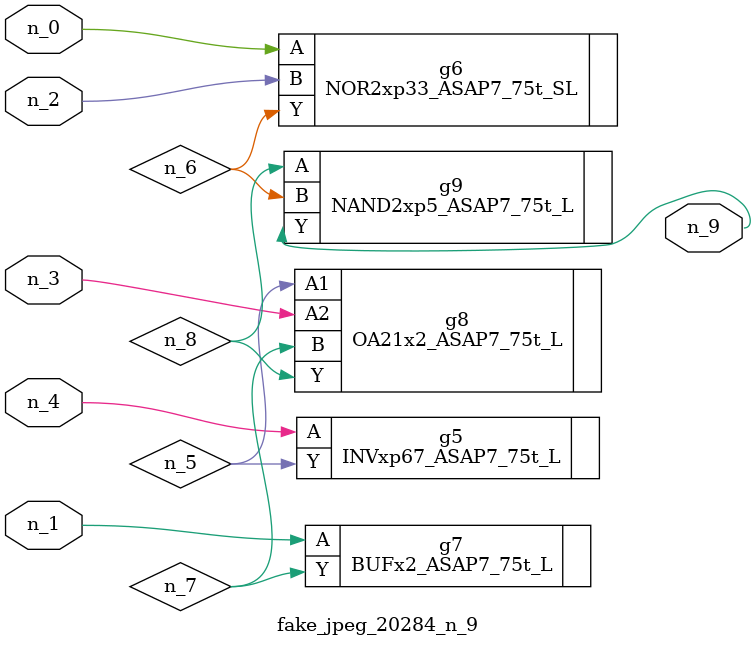
<source format=v>
module fake_jpeg_20284_n_9 (n_3, n_2, n_1, n_0, n_4, n_9);

input n_3;
input n_2;
input n_1;
input n_0;
input n_4;

output n_9;

wire n_8;
wire n_6;
wire n_5;
wire n_7;

INVxp67_ASAP7_75t_L g5 ( 
.A(n_4),
.Y(n_5)
);

NOR2xp33_ASAP7_75t_SL g6 ( 
.A(n_0),
.B(n_2),
.Y(n_6)
);

BUFx2_ASAP7_75t_L g7 ( 
.A(n_1),
.Y(n_7)
);

OA21x2_ASAP7_75t_L g8 ( 
.A1(n_5),
.A2(n_3),
.B(n_7),
.Y(n_8)
);

NAND2xp5_ASAP7_75t_L g9 ( 
.A(n_8),
.B(n_6),
.Y(n_9)
);


endmodule
</source>
